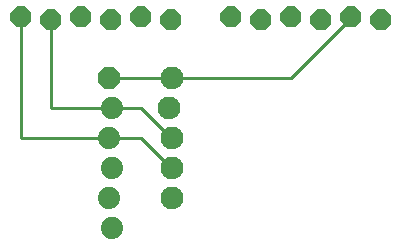
<source format=gbl>
G75*
G70*
%OFA0B0*%
%FSLAX24Y24*%
%IPPOS*%
%LPD*%
%AMOC8*
5,1,8,0,0,1.08239X$1,22.5*
%
%ADD10OC8,0.0700*%
%ADD11C,0.0760*%
%ADD12OC8,0.0740*%
%ADD13C,0.0740*%
%ADD14C,0.0100*%
D10*
X003643Y009051D03*
X002643Y009151D03*
X004643Y009151D03*
X005643Y009051D03*
X006643Y009151D03*
X007643Y009051D03*
X009643Y009151D03*
X010643Y009051D03*
X011643Y009151D03*
X012643Y009051D03*
X013643Y009151D03*
X014643Y009051D03*
D11*
X007693Y007101D03*
X007593Y006101D03*
X007693Y005101D03*
X007693Y004101D03*
X007693Y003101D03*
D12*
X005593Y007101D03*
D13*
X005593Y003101D03*
X005693Y004101D03*
X005593Y005101D03*
X005693Y006101D03*
X005693Y002101D03*
D14*
X007643Y004101D02*
X007693Y004101D01*
X007643Y004101D02*
X006643Y005101D01*
X005593Y005101D01*
X002643Y005101D01*
X002643Y009151D01*
X003643Y009101D02*
X003643Y009051D01*
X003643Y006101D01*
X005693Y006101D01*
X006643Y006101D01*
X007643Y005101D01*
X007693Y005101D01*
X007693Y007101D02*
X005593Y007101D01*
X007693Y007101D02*
X011643Y007101D01*
X013643Y009101D01*
X013643Y009151D01*
M02*

</source>
